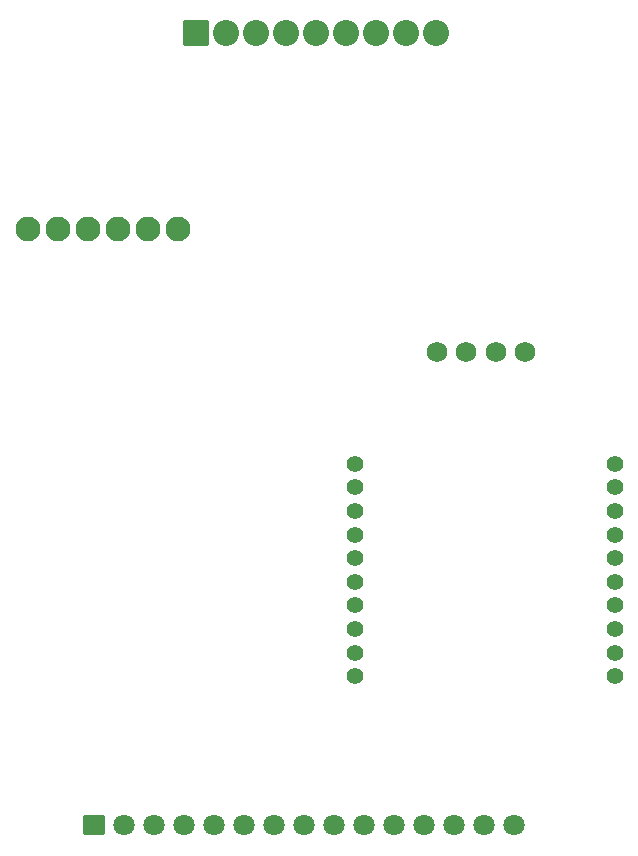
<source format=gts>
G04 Layer: TopSolderMaskLayer*
G04 EasyEDA v6.5.42, 2024-04-05 23:01:38*
G04 19b4a430252b4fb6b2096f344fa6e171,45826c4407594220944428adbfc87ba6,10*
G04 Gerber Generator version 0.2*
G04 Scale: 100 percent, Rotated: No, Reflected: No *
G04 Dimensions in millimeters *
G04 leading zeros omitted , absolute positions ,4 integer and 5 decimal *
%FSLAX45Y45*%
%MOMM*%

%AMMACRO1*1,1,$1,$2,$3*1,1,$1,$4,$5*1,1,$1,0-$2,0-$3*1,1,$1,0-$4,0-$5*20,1,$1,$2,$3,$4,$5,0*20,1,$1,$4,$5,0-$2,0-$3,0*20,1,$1,0-$2,0-$3,0-$4,0-$5,0*20,1,$1,0-$4,0-$5,$2,$3,0*4,1,4,$2,$3,$4,$5,0-$2,0-$3,0-$4,0-$5,$2,$3,0*%
%ADD10C,1.4097*%
%ADD11C,2.1016*%
%ADD12C,1.8016*%
%ADD13MACRO1,0.1016X-0.85X0.7874X0.85X0.7874*%
%ADD14C,1.7272*%
%ADD15MACRO1,0.2032X-1X1X1X1*%
%ADD16C,2.2032*%

%LPD*%
D10*
G01*
X6596202Y8354898D03*
G01*
X6596202Y8154898D03*
G01*
X6596202Y7954898D03*
G01*
X6596202Y7754899D03*
G01*
X6596202Y7554899D03*
G01*
X6596202Y7354900D03*
G01*
X6596202Y7154900D03*
G01*
X6596202Y6954901D03*
G01*
X6596202Y6754901D03*
G01*
X6596202Y6554901D03*
G01*
X8796197Y6554901D03*
G01*
X8796197Y6754901D03*
G01*
X8796197Y6954901D03*
G01*
X8796197Y7154900D03*
G01*
X8796197Y7354900D03*
G01*
X8796197Y7554899D03*
G01*
X8796197Y7754899D03*
G01*
X8796197Y7954898D03*
G01*
X8796197Y8154898D03*
G01*
X8796197Y8354898D03*
D11*
G01*
X5092700Y10337800D03*
G01*
X4838700Y10337800D03*
G01*
X4584700Y10337800D03*
G01*
X4330700Y10337800D03*
G01*
X4076700Y10337800D03*
G01*
X3822700Y10337800D03*
D12*
G01*
X7937500Y5295900D03*
G01*
X7683500Y5295900D03*
G01*
X7429500Y5295900D03*
G01*
X7175500Y5295900D03*
G01*
X6921500Y5295900D03*
G01*
X6667500Y5295900D03*
G01*
X6413500Y5295900D03*
G01*
X6159500Y5295900D03*
G01*
X5905500Y5295900D03*
G01*
X5651500Y5295900D03*
G01*
X5397500Y5295900D03*
G01*
X5143500Y5295900D03*
G01*
X4889500Y5295900D03*
G01*
X4635500Y5295900D03*
D13*
G01*
X4381500Y5295900D03*
D14*
G01*
X7288301Y9296400D03*
G01*
X7536306Y9296400D03*
G01*
X7784312Y9296400D03*
G01*
X8032292Y9296400D03*
D15*
G01*
X5245100Y12001500D03*
D16*
G01*
X5499100Y12001500D03*
G01*
X5753100Y12001500D03*
G01*
X6007100Y12001500D03*
G01*
X6261100Y12001500D03*
G01*
X6515100Y12001500D03*
G01*
X6769100Y12001500D03*
G01*
X7023100Y12001500D03*
G01*
X7277100Y12001500D03*
M02*

</source>
